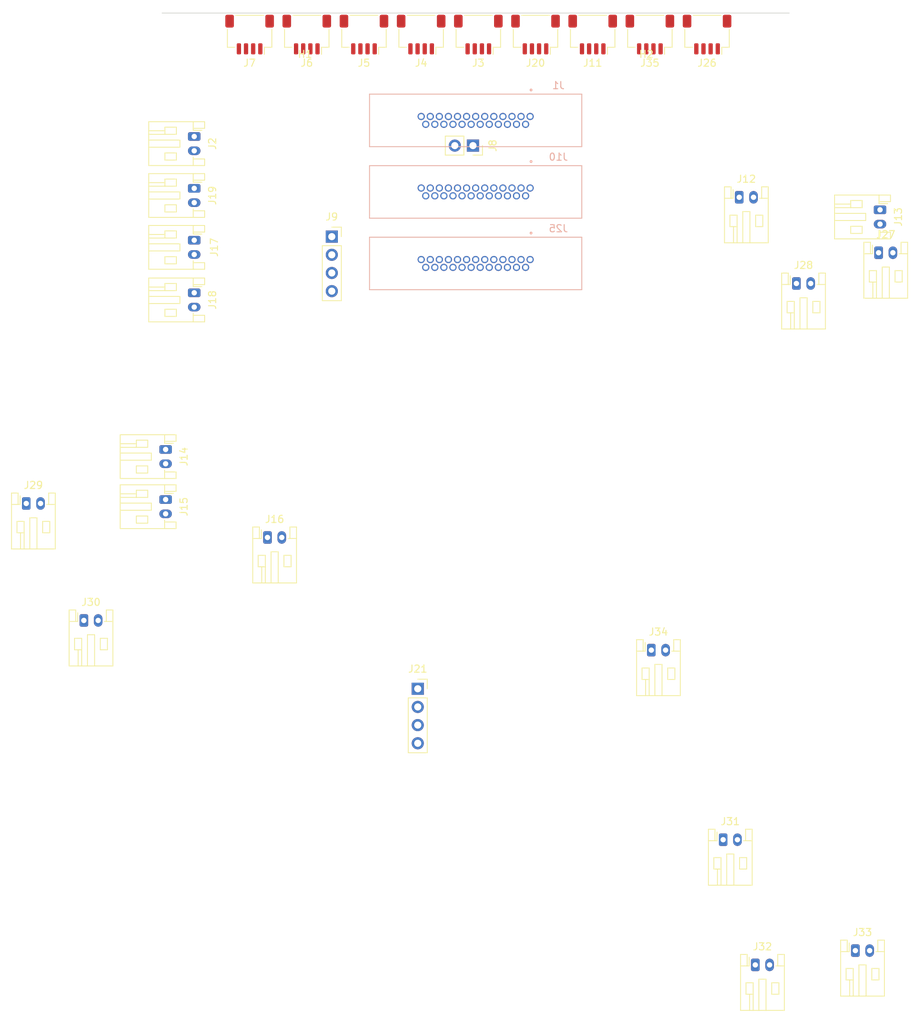
<source format=kicad_pcb>
(kicad_pcb (version 20211014) (generator pcbnew)
  (layers (0 "F.Cu" signal) (31 "B.Cu" signal) (34 "B.Paste" user) (35 "F.Paste" user) (36 "B.SilkS" user "B.Silkscreen") (37 "F.SilkS" user "F.Silkscreen") (38 "B.Mask" user) (39 "F.Mask" user) (44 "Edge.Cuts" user))
  (net 0 "")
  (net 1 "Net-(J1-Pad1)")
  (net 2 "Net-(J1-Pad2)")
  (net 3 "Net-(J1-Pad3)")
  (net 4 "Net-(J1-Pad4)")
  (net 5 "Net-(J1-Pad5)")
  (net 6 "Net-(J1-Pad6)")
  (net 7 "Net-(J1-Pad7)")
  (net 8 "Net-(J1-Pad8)")
  (net 9 "Net-(J1-Pad9)")
  (net 10 "Net-(J1-Pad10)")
  (net 11 "Net-(J1-Pad11)")
  (net 12 "Net-(J1-Pad12)")
  (net 14 "Net-(J1-Pad14)")
  (net 15 "Net-(J1-Pad15)")
  (net 16 "Net-(J1-Pad16)")
  (net 17 "Net-(J1-Pad17)")
  (net 18 "Net-(J1-Pad18)")
  (net 19 "Net-(J1-Pad19)")
  (net 20 "Net-(J1-Pad20)")
  (net 21 "Net-(J1-Pad21)")
  (net 22 "Net-(J1-Pad22)")
  (net 23 "Net-(J1-Pad23)")
  (net 24 "Net-(J1-Pad24)")
  (net 25 "Net-(J1-Pad25)")
  (net 26 "Net-(J10-Pad11)")
  (net 27 "Net-(J10-Pad24)")
  (net 28 "Net-(J10-Pad12)")
  (net 29 "Net-(J10-Pad25)")
  (net 30 "Net-(J10-Pad1)")
  (net 31 "Net-(J10-Pad2)")
  (net 32 "Net-(J10-Pad3)")
  (net 33 "Net-(J10-Pad4)")
  (net 34 "Net-(J10-Pad5)")
  (net 35 "Net-(J10-Pad6)")
  (net 36 "Net-(J10-Pad7)")
  (net 37 "Net-(J10-Pad8)")
  (net 38 "Net-(J10-Pad9)")
  (net 39 "Net-(J10-Pad10)")
  (net 41 "Net-(J10-Pad14)")
  (net 42 "Net-(J10-Pad15)")
  (net 43 "Net-(J10-Pad16)")
  (net 44 "Net-(J10-Pad17)")
  (net 45 "Net-(J10-Pad18)")
  (net 46 "Net-(J10-Pad19)")
  (net 47 "Net-(J10-Pad20)")
  (net 48 "Net-(J10-Pad21)")
  (net 49 "Net-(J10-Pad22)")
  (net 50 "Net-(J10-Pad23)")
  (net 51 "Net-(J25-Pad11)")
  (net 52 "Net-(J25-Pad24)")
  (net 53 "Net-(J25-Pad12)")
  (net 54 "Net-(J25-Pad25)")
  (net 55 "Net-(J25-Pad1)")
  (net 56 "Net-(J25-Pad2)")
  (net 57 "Net-(J25-Pad3)")
  (net 58 "Net-(J25-Pad4)")
  (net 59 "Net-(J25-Pad5)")
  (net 60 "Net-(J25-Pad6)")
  (net 61 "Net-(J25-Pad7)")
  (net 62 "Net-(J25-Pad8)")
  (net 63 "Net-(J25-Pad9)")
  (net 64 "Net-(J25-Pad10)")
  (net 66 "Net-(J25-Pad14)")
  (net 67 "Net-(J25-Pad15)")
  (net 68 "Net-(J25-Pad16)")
  (net 69 "Net-(J25-Pad17)")
  (net 70 "Net-(J25-Pad18)")
  (net 71 "Net-(J25-Pad19)")
  (net 72 "Net-(J25-Pad20)")
  (net 73 "Net-(J25-Pad21)")
  (net 74 "Net-(J25-Pad22)")
  (net 75 "Net-(J25-Pad23)")
  (footprint "Connector_JST:JST_PH_S2B-PH-K_1x02_P2.00mm_Horizontal" (layer "F.Cu") (at -15.5 29.1 -90)
    (fp_text reference "J18" (at 1 -2.55 90) (layer "F.SilkS"))
    (fp_text value "Conn_01x02")
    (pad "1" thru_hole roundrect (at 0 0 270) (size 1.2 1.75) (drill 0.75) (layers *.Cu *.Mask) (roundrect_rratio 0.208333) (net 38 "Net-(J10-Pad9)"))
    (pad "2" thru_hole oval (at 2 0 270) (size 1.2 1.75) (drill 0.75) (layers *.Cu *.Mask) (net 49 "Net-(J10-Pad22)"))
  )
  (footprint "Connector_JST:JST_PH_S2B-PH-K_1x02_P2.00mm_Horizontal" (layer "F.Cu") (at -39 58.55)
    (fp_text reference "J29" (at 1 -2.55) (layer "F.SilkS"))
    (fp_text value "Conn_01x02")
    (pad "1" thru_hole roundrect (at 0 0) (size 1.2 1.75) (drill 0.75) (layers *.Cu *.Mask) (roundrect_rratio 0.208333) (net 59 "Net-(J25-Pad5)"))
    (pad "2" thru_hole oval (at 2 0) (size 1.2 1.75) (drill 0.75) (layers *.Cu *.Mask) (net 70 "Net-(J25-Pad18)"))
  )
  (footprint "Connector_JST:JST_PH_S2B-PH-K_1x02_P2.00mm_Horizontal" (layer "F.Cu") (at 58.5 105.55)
    (fp_text reference "J31" (at 1 -2.55) (layer "F.SilkS"))
    (fp_text value "Conn_01x02")
    (pad "1" thru_hole roundrect (at 0 0) (size 1.2 1.75) (drill 0.75) (layers *.Cu *.Mask) (roundrect_rratio 0.208333) (net 61 "Net-(J25-Pad7)"))
    (pad "2" thru_hole oval (at 2 0) (size 1.2 1.75) (drill 0.75) (layers *.Cu *.Mask) (net 72 "Net-(J25-Pad20)"))
  )
  (footprint "Connector_JST:JST_PH_S2B-PH-K_1x02_P2.00mm_Horizontal" (layer "F.Cu") (at 48.45 79.05)
    (fp_text reference "J34" (at 1 -2.55) (layer "F.SilkS"))
    (fp_text value "Conn_01x02")
    (pad "1" thru_hole roundrect (at 0 0) (size 1.2 1.75) (drill 0.75) (layers *.Cu *.Mask) (roundrect_rratio 0.208333) (net 64 "Net-(J25-Pad10)"))
    (pad "2" thru_hole oval (at 2 0) (size 1.2 1.75) (drill 0.75) (layers *.Cu *.Mask) (net 75 "Net-(J25-Pad23)"))
  )
  (footprint "Connector_JST:JST_PH_S2B-PH-K_1x02_P2.00mm_Horizontal" (layer "F.Cu") (at -5.25 63.3)
    (fp_text reference "J16" (at 1 -2.55) (layer "F.SilkS"))
    (fp_text value "Conn_01x02")
    (pad "1" thru_hole roundrect (at 0 0) (size 1.2 1.75) (drill 0.75) (layers *.Cu *.Mask) (roundrect_rratio 0.208333) (net 36 "Net-(J10-Pad7)"))
    (pad "2" thru_hole oval (at 2 0) (size 1.2 1.75) (drill 0.75) (layers *.Cu *.Mask) (net 47 "Net-(J10-Pad20)"))
  )
  (footprint "Connector_JST:JST_SH_SM04B-SRSS-TB_1x04-1MP_P1.00mm_Horizontal" (layer "F.Cu") (at 40.25 -7 180)
    (fp_text reference "J11" (at 0 -3.98) (layer "F.SilkS"))
    (fp_text value "Conn_01x04")
    (pad "1" smd roundrect (at -1.5 -2 180) (size 0.6 1.55) (layers "F.Cu" "F.Paste" "F.Mask") (net 30 "Net-(J10-Pad1)"))
    (pad "2" smd roundrect (at -0.5 -2 180) (size 0.6 1.55) (layers "F.Cu" "F.Paste" "F.Mask") (net 30 "Net-(J10-Pad1)"))
    (pad "3" smd roundrect (at 0.5 -2 180) (size 0.6 1.55) (layers "F.Cu" "F.Paste" "F.Mask") (net 41 "Net-(J10-Pad14)"))
    (pad "4" smd roundrect (at 1.5 -2 180) (size 0.6 1.55) (layers "F.Cu" "F.Paste" "F.Mask") (net 41 "Net-(J10-Pad14)"))
    (pad "MP" smd roundrect (at 2.8 1.875 180) (size 1.2 1.8) (layers "F.Cu" "F.Paste" "F.Mask") (roundrect_rratio 0.208333))
    (pad "MP" smd roundrect (at -2.8 1.875 180) (size 1.2 1.8) (layers "F.Cu" "F.Paste" "F.Mask") (roundrect_rratio 0.208333))
  )
  (footprint "Connector_JST:JST_SH_SM04B-SRSS-TB_1x04-1MP_P1.00mm_Horizontal" (layer "F.Cu") (at 32.25 -7 180)
    (fp_text reference "J20" (at 0 -3.98) (layer "F.SilkS"))
    (fp_text value "Conn_01x04")
    (pad "1" smd roundrect (at -1.5 -2 180) (size 0.6 1.55) (layers "F.Cu" "F.Paste" "F.Mask") (net 31 "Net-(J10-Pad2)"))
    (pad "2" smd roundrect (at -0.5 -2 180) (size 0.6 1.55) (layers "F.Cu" "F.Paste" "F.Mask") (net 31 "Net-(J10-Pad2)"))
    (pad "3" smd roundrect (at 0.5 -2 180) (size 0.6 1.55) (layers "F.Cu" "F.Paste" "F.Mask") (net 42 "Net-(J10-Pad15)"))
    (pad "4" smd roundrect (at 1.5 -2 180) (size 0.6 1.55) (layers "F.Cu" "F.Paste" "F.Mask") (net 42 "Net-(J10-Pad15)"))
    (pad "MP" smd roundrect (at 2.8 1.875 180) (size 1.2 1.8) (layers "F.Cu" "F.Paste" "F.Mask") (roundrect_rratio 0.208333))
    (pad "MP" smd roundrect (at -2.8 1.875 180) (size 1.2 1.8) (layers "F.Cu" "F.Paste" "F.Mask") (roundrect_rratio 0.208333))
  )
  (footprint "Connector_JST:JST_SH_SM04B-SRSS-TB_1x04-1MP_P1.00mm_Horizontal" (layer "F.Cu") (at 48.25 -7 180)
    (fp_text reference "J35" (at 0 -3.98) (layer "F.SilkS"))
    (fp_text value "Conn_01x04")
    (pad "1" smd roundrect (at -1.5 -2 180) (size 0.6 1.55) (layers "F.Cu" "F.Paste" "F.Mask") (net 56 "Net-(J25-Pad2)"))
    (pad "2" smd roundrect (at -0.5 -2 180) (size 0.6 1.55) (layers "F.Cu" "F.Paste" "F.Mask") (net 56 "Net-(J25-Pad2)"))
    (pad "3" smd roundrect (at 0.5 -2 180) (size 0.6 1.55) (layers "F.Cu" "F.Paste" "F.Mask") (net 67 "Net-(J25-Pad15)"))
    (pad "4" smd roundrect (at 1.5 -2 180) (size 0.6 1.55) (layers "F.Cu" "F.Paste" "F.Mask") (net 67 "Net-(J25-Pad15)"))
    (pad "MP" smd roundrect (at 2.8 1.875 180) (size 1.2 1.8) (layers "F.Cu" "F.Paste" "F.Mask") (roundrect_rratio 0.208333))
    (pad "MP" smd roundrect (at -2.8 1.875 180) (size 1.2 1.8) (layers "F.Cu" "F.Paste" "F.Mask") (roundrect_rratio 0.208333))
  )
  (footprint "Connector_JST:JST_PH_S2B-PH-K_1x02_P2.00mm_Horizontal" (layer "F.Cu") (at 63 123.05)
    (fp_text reference "J32" (at 1 -2.55) (layer "F.SilkS"))
    (fp_text value "Conn_01x02")
    (pad "1" thru_hole roundrect (at 0 0) (size 1.2 1.75) (drill 0.75) (layers *.Cu *.Mask) (roundrect_rratio 0.208333) (net 62 "Net-(J25-Pad8)"))
    (pad "2" thru_hole oval (at 2 0) (size 1.2 1.75) (drill 0.75) (layers *.Cu *.Mask) (net 73 "Net-(J25-Pad21)"))
  )
  (footprint "Connector_JST:JST_PH_S2B-PH-K_1x02_P2.00mm_Horizontal" (layer "F.Cu") (at -30.94 74.9)
    (fp_text reference "J30" (at 1 -2.55) (layer "F.SilkS"))
    (fp_text value "Conn_01x02")
    (pad "1" thru_hole roundrect (at 0 0) (size 1.2 1.75) (drill 0.75) (layers *.Cu *.Mask) (roundrect_rratio 0.208333) (net 60 "Net-(J25-Pad6)"))
    (pad "2" thru_hole oval (at 2 0) (size 1.2 1.75) (drill 0.75) (layers *.Cu *.Mask) (net 71 "Net-(J25-Pad19)"))
  )
  (footprint "Connector_PinSocket_2.54mm:PinSocket_1x04_P2.54mm_Vertical" (layer "F.Cu") (at 15.775 84.45)
    (fp_text reference "J21" (at 0 -2.77) (layer "F.SilkS"))
    (fp_text value "Conn_01x04_Female")
    (pad "1" thru_hole rect (at 0 0) (size 1.7 1.7) (drill 1) (layers *.Cu *.Mask) (net 51 "Net-(J25-Pad11)"))
    (pad "2" thru_hole oval (at 0 2.54) (size 1.7 1.7) (drill 1) (layers *.Cu *.Mask) (net 52 "Net-(J25-Pad24)"))
    (pad "3" thru_hole oval (at 0 5.08) (size 1.7 1.7) (drill 1) (layers *.Cu *.Mask) (net 53 "Net-(J25-Pad12)"))
    (pad "4" thru_hole oval (at 0 7.62) (size 1.7 1.7) (drill 1) (layers *.Cu *.Mask) (net 54 "Net-(J25-Pad25)"))
  )
  (footprint "Connector_JST:JST_SH_SM04B-SRSS-TB_1x04-1MP_P1.00mm_Horizontal" (layer "F.Cu") (at 56.25 -7 180)
    (fp_text reference "J26" (at 0 -3.98) (layer "F.SilkS"))
    (fp_text value "Conn_01x04")
    (pad "1" smd roundrect (at -1.5 -2 180) (size 0.6 1.55) (layers "F.Cu" "F.Paste" "F.Mask") (net 55 "Net-(J25-Pad1)"))
    (pad "2" smd roundrect (at -0.5 -2 180) (size 0.6 1.55) (layers "F.Cu" "F.Paste" "F.Mask") (net 55 "Net-(J25-Pad1)"))
    (pad "3" smd roundrect (at 0.5 -2 180) (size 0.6 1.55) (layers "F.Cu" "F.Paste" "F.Mask") (net 66 "Net-(J25-Pad14)"))
    (pad "4" smd roundrect (at 1.5 -2 180) (size 0.6 1.55) (layers "F.Cu" "F.Paste" "F.Mask") (net 66 "Net-(J25-Pad14)"))
    (pad "MP" smd roundrect (at -2.8 1.875 180) (size 1.2 1.8) (layers "F.Cu" "F.Paste" "F.Mask") (roundrect_rratio 0.208333))
    (pad "MP" smd roundrect (at 2.8 1.875 180) (size 1.2 1.8) (layers "F.Cu" "F.Paste" "F.Mask") (roundrect_rratio 0.208333))
  )
  (footprint "Connector_JST:JST_PH_S2B-PH-K_1x02_P2.00mm_Horizontal" (layer "F.Cu") (at -19.5 51 -90)
    (fp_text reference "J14" (at 1 -2.55 90) (layer "F.SilkS"))
    (fp_text value "Conn_01x02")
    (pad "1" thru_hole roundrect (at 0 0 270) (size 1.2 1.75) (drill 0.75) (layers *.Cu *.Mask) (roundrect_rratio 0.208333) (net 34 "Net-(J10-Pad5)"))
    (pad "2" thru_hole oval (at 2 0 270) (size 1.2 1.75) (drill 0.75) (layers *.Cu *.Mask) (net 45 "Net-(J10-Pad18)"))
  )
  (footprint "Connector_PinSocket_2.54mm:PinSocket_1x04_P2.54mm_Vertical" (layer "F.Cu") (at 3.75 21.25)
    (fp_text reference "J9" (at 0 -2.77) (layer "F.SilkS"))
    (fp_text value "Conn_01x04_Female")
    (pad "1" thru_hole rect (at 0 0) (size 1.7 1.7) (drill 1) (layers *.Cu *.Mask) (net 26 "Net-(J10-Pad11)"))
    (pad "2" thru_hole oval (at 0 2.54) (size 1.7 1.7) (drill 1) (layers *.Cu *.Mask) (net 27 "Net-(J10-Pad24)"))
    (pad "3" thru_hole oval (at 0 5.08) (size 1.7 1.7) (drill 1) (layers *.Cu *.Mask) (net 28 "Net-(J10-Pad12)"))
    (pad "4" thru_hole oval (at 0 7.62) (size 1.7 1.7) (drill 1) (layers *.Cu *.Mask) (net 29 "Net-(J10-Pad25)"))
  )
  (footprint "Connector_JST:JST_PH_S2B-PH-K_1x02_P2.00mm_Horizontal" (layer "F.Cu") (at 60.75 15.75)
    (fp_text reference "J12" (at 1 -2.55) (layer "F.SilkS"))
    (fp_text value "Conn_01x02")
    (pad "1" thru_hole roundrect (at 0 0) (size 1.2 1.75) (drill 0.75) (layers *.Cu *.Mask) (roundrect_rratio 0.208333) (net 32 "Net-(J10-Pad3)"))
    (pad "2" thru_hole oval (at 2 0) (size 1.2 1.75) (drill 0.75) (layers *.Cu *.Mask) (net 43 "Net-(J10-Pad16)"))
  )
  (footprint "Connector_PinSocket_2.54mm:PinSocket_1x02_P2.54mm_Vertical" (layer "F.Cu") (at 23.5 8.525 -90)
    (fp_text reference "J8" (at 0 -2.77 90) (layer "F.SilkS"))
    (fp_text value "Conn_01x02_Female")
    (pad "1" thru_hole rect (at 0 0 270) (size 1.7 1.7) (drill 1) (layers *.Cu *.Mask) (net 8 "Net-(J1-Pad8)"))
    (pad "2" thru_hole oval (at 0 2.54 270) (size 1.7 1.7) (drill 1) (layers *.Cu *.Mask) (net 21 "Net-(J1-Pad21)"))
  )
  (footprint "MountingHole:MountingHole_3.5mm" (layer "F.Cu") (at 47.752 0)
    (fp_text reference "H2" (at 0 -4.25) (layer "F.SilkS"))
    (fp_text value "MountingHole")
    (pad "" np_thru_hole circle (at 0 0) (size 3.5 3.5) (drill 3.5) (layers *.Cu *.Mask))
  )
  (footprint "Connector_JST:JST_SH_SM04B-SRSS-TB_1x04-1MP_P1.00mm_Horizontal" (layer "F.Cu") (at 8.25 -7 180)
    (fp_text reference "J5" (at 0 -3.98) (layer "F.SilkS"))
    (fp_text value "Conn_01x04")
    (pad "1" smd roundrect (at -1.5 -2 180) (size 0.6 1.55) (layers "F.Cu" "F.Paste" "F.Mask") (net 6 "Net-(J1-Pad6)"))
    (pad "2" smd roundrect (at -0.5 -2 180) (size 0.6 1.55) (layers "F.Cu" "F.Paste" "F.Mask") (net 5 "Net-(J1-Pad5)"))
    (pad "3" smd roundrect (at 0.5 -2 180) (size 0.6 1.55) (layers "F.Cu" "F.Paste" "F.Mask") (net 18 "Net-(J1-Pad18)"))
    (pad "4" smd roundrect (at 1.5 -2 180) (size 0.6 1.55) (layers "F.Cu" "F.Paste" "F.Mask") (net 19 "Net-(J1-Pad19)"))
    (pad "MP" smd roundrect (at -2.8 1.875 180) (size 1.2 1.8) (layers "F.Cu" "F.Paste" "F.Mask") (roundrect_rratio 0.208333))
    (pad "MP" smd roundrect (at 2.8 1.875 180) (size 1.2 1.8) (layers "F.Cu" "F.Paste" "F.Mask") (roundrect_rratio 0.208333))
  )
  (footprint "Connector_JST:JST_PH_S2B-PH-K_1x02_P2.00mm_Horizontal" (layer "F.Cu") (at -15.5 21.75 -90)
    (fp_text reference "J17" (at 1 -2.8 90) (layer "F.SilkS"))
    (fp_text value "Conn_01x02")
    (pad "1" thru_hole roundrect (at 0 0 270) (size 1.2 1.75) (drill 0.75) (layers *.Cu *.Mask) (roundrect_rratio 0.208333) (net 37 "Net-(J10-Pad8)"))
    (pad "2" thru_hole oval (at 2 0 270) (size 1.2 1.75) (drill 0.75) (layers *.Cu *.Mask) (net 48 "Net-(J10-Pad21)"))
  )
  (footprint "Connector_JST:JST_PH_S2B-PH-K_1x02_P2.00mm_Horizontal" (layer "F.Cu") (at 80.25 23.5)
    (fp_text reference "J27" (at 1 -2.55) (layer "F.SilkS"))
    (fp_text value "Conn_01x02")
    (pad "1" thru_hole roundrect (at 0 0) (size 1.2 1.75) (drill 0.75) (layers *.Cu *.Mask) (roundrect_rratio 0.208333) (net 57 "Net-(J25-Pad3)"))
    (pad "2" thru_hole oval (at 2 0) (size 1.2 1.75) (drill 0.75) (layers *.Cu *.Mask) (net 68 "Net-(J25-Pad16)"))
  )
  (footprint "Connector_JST:JST_PH_S2B-PH-K_1x02_P2.00mm_Horizontal" (layer "F.Cu") (at -15.5 14.5 -90)
    (fp_text reference "J19" (at 1 -2.55 90) (layer "F.SilkS"))
    (fp_text value "Conn_01x02")
    (pad "1" thru_hole roundrect (at 0 0 270) (size 1.2 1.75) (drill 0.75) (layers *.Cu *.Mask) (roundrect_rratio 0.208333) (net 39 "Net-(J10-Pad10)"))
    (pad "2" thru_hole oval (at 2 0 270) (size 1.2 1.75) (drill 0.75) (layers *.Cu *.Mask) (net 50 "Net-(J10-Pad23)"))
  )
  (footprint "Connector_JST:JST_SH_SM04B-SRSS-TB_1x04-1MP_P1.00mm_Horizontal" (layer "F.Cu") (at 16.25 -7 180)
    (fp_text reference "J4" (at 0 -3.98) (layer "F.SilkS"))
    (fp_text value "Conn_01x04")
    (pad "1" smd roundrect (at -1.5 -2 180) (size 0.6 1.55) (layers "F.Cu" "F.Paste" "F.Mask") (net 4 "Net-(J1-Pad4)"))
    (pad "2" smd roundrect (at -0.5 -2 180) (size 0.6 1.55) (layers "F.Cu" "F.Paste" "F.Mask") (net 3 "Net-(J1-Pad3)"))
    (pad "3" smd roundrect (at 0.5 -2 180) (size 0.6 1.55) (layers "F.Cu" "F.Paste" "F.Mask") (net 16 "Net-(J1-Pad16)"))
    (pad "4" smd roundrect (at 1.5 -2 180) (size 0.6 1.55) (layers "F.Cu" "F.Paste" "F.Mask") (net 17 "Net-(J1-Pad17)"))
    (pad "MP" smd roundrect (at 2.8 1.875 180) (size 1.2 1.8) (layers "F.Cu" "F.Paste" "F.Mask") (roundrect_rratio 0.208333))
    (pad "MP" smd roundrect (at -2.8 1.875 180) (size 1.2 1.8) (layers "F.Cu" "F.Paste" "F.Mask") (roundrect_rratio 0.208333))
  )
  (footprint "MountingHole:MountingHole_3.5mm" (layer "F.Cu") (at 0 0)
    (fp_text reference "H1" (at 0 -4.25) (layer "F.SilkS"))
    (fp_text value "MountingHole")
    (pad "" np_thru_hole circle (at 0 0) (size 3.5 3.5) (drill 3.5) (layers *.Cu *.Mask))
  )
  (footprint "Connector_JST:JST_SH_SM04B-SRSS-TB_1x04-1MP_P1.00mm_Horizontal" (layer "F.Cu") (at 24.25 -7 180)
    (fp_text reference "J3" (at 0 -3.98) (layer "F.SilkS"))
    (fp_text value "Conn_01x04")
    (pad "1" smd roundrect (at -1.5 -2 180) (size 0.6 1.55) (layers "F.Cu" "F.Paste" "F.Mask") (net 2 "Net-(J1-Pad2)"))
    (pad "2" smd roundrect (at -0.5 -2 180) (size 0.6 1.55) (layers "F.Cu" "F.Paste" "F.Mask") (net 1 "Net-(J1-Pad1)"))
    (pad "3" smd roundrect (at 0.5 -2 180) (size 0.6 1.55) (layers "F.Cu" "F.Paste" "F.Mask") (net 14 "Net-(J1-Pad14)"))
    (pad "4" smd roundrect (at 1.5 -2 180) (size 0.6 1.55) (layers "F.Cu" "F.Paste" "F.Mask") (net 15 "Net-(J1-Pad15)"))
    (pad "MP" smd roundrect (at -2.8 1.875 180) (size 1.2 1.8) (layers "F.Cu" "F.Paste" "F.Mask") (roundrect_rratio 0.208333))
    (pad "MP" smd roundrect (at 2.8 1.875 180) (size 1.2 1.8) (layers "F.Cu" "F.Paste" "F.Mask") (roundrect_rratio 0.208333))
  )
  (footprint "Connector_JST:JST_SH_SM04B-SRSS-TB_1x04-1MP_P1.00mm_Horizontal" (layer "F.Cu") (at 0.25 -7 180)
    (fp_text reference "J6" (at 0 -3.98) (layer "F.SilkS"))
    (fp_text value "Conn_01x04")
    (pad "1" smd roundrect (at -1.5 -2 180) (size 0.6 1.55) (layers "F.Cu" "F.Paste" "F.Mask") (net 9 "Net-(J1-Pad9)"))
    (pad "2" smd roundrect (at -0.5 -2 180) (size 0.6 1.55) (layers "F.Cu" "F.Paste" "F.Mask") (net 10 "Net-(J1-Pad10)"))
    (pad "3" smd roundrect (at 0.5 -2 180) (size 0.6 1.55) (layers "F.Cu" "F.Paste" "F.Mask") (net 23 "Net-(J1-Pad23)"))
    (pad "4" smd roundrect (at 1.5 -2 180) (size 0.6 1.55) (layers "F.Cu" "F.Paste" "F.Mask") (net 22 "Net-(J1-Pad22)"))
    (pad "MP" smd roundrect (at -2.8 1.875 180) (size 1.2 1.8) (layers "F.Cu" "F.Paste" "F.Mask") (roundrect_rratio 0.208333))
    (pad "MP" smd roundrect (at 2.8 1.875 180) (size 1.2 1.8) (layers "F.Cu" "F.Paste" "F.Mask") (roundrect_rratio 0.208333))
  )
  (footprint "Connector_JST:JST_SH_SM04B-SRSS-TB_1x04-1MP_P1.00mm_Horizontal" (layer "F.Cu") (at -7.75 -7 180)
    (fp_text reference "J7" (at 0 -3.98) (layer "F.SilkS"))
    (fp_text value "Conn_01x04")
    (pad "1" smd roundrect (at -1.5 -2 180) (size 0.6 1.55) (layers "F.Cu" "F.Paste" "F.Mask") (net 11 "Net-(J1-Pad11)"))
    (pad "2" smd roundrect (at -0.5 -2 180) (size 0.6 1.55) (layers "F.Cu" "F.Paste" "F.Mask") (net 12 "Net-(J1-Pad12)"))
    (pad "3" smd roundrect (at 0.5 -2 180) (size 0.6 1.55) (layers "F.Cu" "F.Paste" "F.Mask") (net 25 "Net-(J1-Pad25)"))
    (pad "4" smd roundrect (at 1.5 -2 180) (size 0.6 1.55) (layers "F.Cu" "F.Paste" "F.Mask") (net 24 "Net-(J1-Pad24)"))
    (pad "MP" smd roundrect (at 2.8 1.875 180) (size 1.2 1.8) (layers "F.Cu" "F.Paste" "F.Mask") (roundrect_rratio 0.208333))
    (pad "MP" smd roundrect (at -2.8 1.875 180) (size 1.2 1.8) (layers "F.Cu" "F.Paste" "F.Mask") (roundrect_rratio 0.208333))
  )
  (footprint "Connector_JST:JST_PH_S2B-PH-K_1x02_P2.00mm_Horizontal" (layer "F.Cu") (at 77 121.05)
    (fp_text reference "J33" (at 1 -2.55) (layer "F.SilkS"))
    (fp_text value "Conn_01x02")
    (pad "1" thru_hole roundrect (at 0 0) (size 1.2 1.75) (drill 0.75) (layers *.Cu *.Mask) (roundrect_rratio 0.208333) (net 63 "Net-(J25-Pad9)"))
    (pad "2" thru_hole oval (at 2 0) (size 1.2 1.75) (drill 0.75) (layers *.Cu *.Mask) (net 74 "Net-(J25-Pad22)"))
  )
  (footprint "Connector_JST:JST_PH_S2B-PH-K_1x02_P2.00mm_Horizontal" (layer "F.Cu") (at 68.75 27.8)
    (fp_text reference "J28" (at 1 -2.55) (layer "F.SilkS"))
    (fp_text value "Conn_01x02")
    (pad "1" thru_hole roundrect (at 0 0) (size 1.2 1.75) (drill 0.75) (layers *.Cu *.Mask) (roundrect_rratio 0.208333) (net 58 "Net-(J25-Pad4)"))
    (pad "2" thru_hole oval (at 2 0) (size 1.2 1.75) (drill 0.75) (layers *.Cu *.Mask) (net 69 "Net-(J25-Pad17)"))
  )
  (footprint "Connector_JST:JST_PH_S2B-PH-K_1x02_P2.00mm_Horizontal" (layer "F.Cu") (at -15.5 7.25 -90)
    (fp_text reference "J2" (at 1 -2.55 90) (layer "F.SilkS"))
    (fp_text value "Conn_01x02")
    (pad "1" thru_hole roundrect (at 0 0 270) (size 1.2 1.75) (drill 0.75) (layers *.Cu *.Mask) (roundrect_rratio 0.208333) (net 7 "Net-(J1-Pad7)"))
    (pad "2" thru_hole oval (at 2 0 270) (size 1.2 1.75) (drill 0.75) (layers *.Cu *.Mask) (net 20 "Net-(J1-Pad20)"))
  )
  (footprint "Connector_JST:JST_PH_S2B-PH-K_1x02_P2.00mm_Horizontal" (layer "F.Cu") (at 80.45 17.5 -90)
    (fp_text reference "J13" (at 1 -2.55 90) (layer "F.SilkS"))
    (fp_text value "Conn_01x02")
    (pad "1" thru_hole roundrect (at 0 0 270) (size 1.2 1.75) (drill 0.75) (layers *.Cu *.Mask) (roundrect_rratio 0.208333) (net 33 "Net-(J10-Pad4)"))
    (pad "2" thru_hole oval (at 2 0 270) (size 1.2 1.75) (drill 0.75) (layers *.Cu *.Mask) (net 44 "Net-(J10-Pad17)"))
  )
  (footprint "Connector_JST:JST_PH_S2B-PH-K_1x02_P2.00mm_Horizontal" (layer "F.Cu") (at -19.5 58 -90)
    (fp_text reference "J15" (at 1 -2.55 90) (layer "F.SilkS"))
    (fp_text value "Conn_01x02")
    (pad "1" thru_hole roundrect (at 0 0 270) (size 1.2 1.75) (drill 0.75) (layers *.Cu *.Mask) (roundrect_rratio 0.208333) (net 35 "Net-(J10-Pad6)"))
    (pad "2" thru_hole oval (at 2 0 270) (size 1.2 1.75) (drill 0.75) (layers *.Cu *.Mask) (net 46 "Net-(J10-Pad19)"))
  )
  (footprint "0_Fanout_Footprints:NORCOMP_380-025-113L001" (layer "B.Cu") (at 23.876 15 180)
    (fp_text reference "J10" (at -11.575 4.885) (layer "B.SilkS") (effects (justify mirror)))
    (fp_text value "DB25_Male")
    (pad "1" thru_hole circle (at -7.62 0.5461 180) (size 1.01 1.01) (drill 0.66) (layers *.Cu *.Mask) (net 30 "Net-(J10-Pad1)"))
    (pad "2" thru_hole circle (at -6.35 0.5461 180) (size 1.01 1.01) (drill 0.66) (layers *.Cu *.Mask) (net 31 "Net-(J10-Pad2)"))
    (pad "3" thru_hole circle (at -5.08 0.5461 180) (size 1.01 1.01) (drill 0.66) (layers *.Cu *.Mask) (net 32 "Net-(J10-Pad3)"))
    (pad "4" thru_hole circle (at -3.81 0.5461 180) (size 1.01 1.01) (drill 0.66) (layers *.Cu *.Mask) (net 33 "Net-(J10-Pad4)"))
    (pad "5" thru_hole circle (at -2.54 0.5461 180) (size 1.01 1.01) (drill 0.66) (layers *.Cu *.Mask) (net 34 "Net-(J10-Pad5)"))
    (pad "6" thru_hole circle (at -1.27 0.5461 180) (size 1.01 1.01) (drill 0.66) (layers *.Cu *.Mask) (net 35 "Net-(J10-Pad6)"))
    (pad "7" thru_hole circle (at 0 0.5461 180) (size 1.01 1.01) (drill 0.66) (layers *.Cu *.Mask) (net 36 "Net-(J10-Pad7)"))
    (pad "8" thru_hole circle (at 1.27 0.5461 180) (size 1.01 1.01) (drill 0.66) (layers *.Cu *.Mask) (net 37 "Net-(J10-Pad8)"))
    (pad "9" thru_hole circle (at 2.54 0.5461 180) (size 1.01 1.01) (drill 0.66) (layers *.Cu *.Mask) (net 38 "Net-(J10-Pad9)"))
    (pad "10" thru_hole circle (at 3.81 0.5461 180) (size 1.01 1.01) (drill 0.66) (layers *.Cu *.Mask) (net 39 "Net-(J10-Pad10)"))
    (pad "11" thru_hole circle (at 5.08 0.5461 180) (size 1.01 1.01) (drill 0.66) (layers *.Cu *.Mask) (net 26 "Net-(J10-Pad11)"))
    (pad "12" thru_hole circle (at 6.35 0.5461 180) (size 1.01 1.01) (drill 0.66) (layers *.Cu *.Mask) (net 28 "Net-(J10-Pad12)"))
    (pad "13" thru_hole circle (at 7.62 0.5461 180) (size 1.01 1.01) (drill 0.66) (layers *.Cu *.Mask))
    (pad "14" thru_hole circle (at -6.985 -0.5461 180) (size 1.01 1.01) (drill 0.66) (layers *.Cu *.Mask) (net 41 "Net-(J10-Pad14)"))
    (pad "15" thru_hole circle (at -5.715 -0.5461 180) (size 1.01 1.01) (drill 0.66) (layers *.Cu *.Mask) (net 42 "Net-(J10-Pad15)"))
    (pad "16" thru_hole circle (at -4.445 -0.5461 180) (size 1.01 1.01) (drill 0.66) (layers *.Cu *.Mask) (net 43 "Net-(J10-Pad16)"))
    (pad "17" thru_hole circle (at -3.175 -0.5461 180) (size 1.01 1.01) (drill 0.66) (layers *.Cu *.Mask) (net 44 "Net-(J10-Pad17)"))
    (pad "18" thru_hole circle (at -1.905 -0.5461 180) (size 1.01 1.01) (drill 0.66) (layers *.Cu *.Mask) (net 45 "Net-(J10-Pad18)"))
    (pad "19" thru_hole circle (at -0.635 -0.5461 180) (size 1.01 1.01) (drill 0.66) (layers *.Cu *.Mask) (net 46 "Net-(J10-Pad19)"))
    (pad "20" thru_hole circle (at 0.635 -0.5461 180) (size 1.01 1.01) (drill 0.66) (layers *.Cu *.Mask) (net 47 "Net-(J10-Pad20)"))
    (pad "21" thru_hole circle (at 1.905 -0.5461 180) (size 1.01 1.01) (drill 0.66) (layers *.Cu *.Mask) (net 48 "Net-(J10-Pad21)"))
    (pad "22" thru_hole circle (at 3.175 -0.5461 180) (size 1.01 1.01) (drill 0.66) (layers *.Cu *.Mask) (net 49 "Net-(J10-Pad22)"))
    (pad "23" thru_hole circle (at 4.445 -0.5461 180) (size 1.01 1.01) (drill 0.66) (layers *.Cu *.Mask) (net 50 "Net-(J10-Pad23)"))
    (pad "24" thru_hole circle (at 5.715 -0.5461 180) (size 1.01 1.01) (drill 0.66) (layers *.Cu *.Mask) (net 27 "Net-(J10-Pad24)"))
    (pad "25" thru_hole circle (at 6.985 -0.5461 180) (size 1.01 1.01) (drill 0.66) (layers *.Cu *.Mask) (net 29 "Net-(J10-Pad25)"))
  )
  (footprint "0_Fanout_Footprints:NORCOMP_380-025-113L001" (layer "B.Cu") (at 23.876 5 180)
    (fp_text reference "J1" (at -11.575 4.885) (layer "B.SilkS") (effects (justify mirror)))
    (fp_text value "DB25_Male")
    (pad "1" thru_hole circle (at -7.62 0.5461 180) (size 1.01 1.01) (drill 0.66) (layers *.Cu *.Mask) (net 1 "Net-(J1-Pad1)"))
    (pad "2" thru_hole circle (at -6.35 0.5461 180) (size 1.01 1.01) (drill 0.66) (layers *.Cu *.Mask) (net 2 "Net-(J1-Pad2)"))
    (pad "3" thru_hole circle (at -5.08 0.5461 180) (size 1.01 1.01) (drill 0.66) (layers *.Cu *.Mask) (net 3 "Net-(J1-Pad3)"))
    (pad "4" thru_hole circle (at -3.81 0.5461 180) (size 1.01 1.01) (drill 0.66) (layers *.Cu *.Mask) (net 4 "Net-(J1-Pad4)"))
    (pad "5" thru_hole circle (at -2.54 0.5461 180) (size 1.01 1.01) (drill 0.66) (layers *.Cu *.Mask) (net 5 "Net-(J1-Pad5)"))
    (pad "6" thru_hole circle (at -1.27 0.5461 180) (size 1.01 1.01) (drill 0.66) (layers *.Cu *.Mask) (net 6 "Net-(J1-Pad6)"))
    (pad "7" thru_hole circle (at 0 0.5461 180) (size 1.01 1.01) (drill 0.66) (layers *.Cu *.Mask) (net 7 "Net-(J1-Pad7)"))
    (pad "8" thru_hole circle (at 1.27 0.5461 180) (size 1.01 1.01) (drill 0.66) (layers *.Cu *.Mask) (net 8 "Net-(J1-Pad8)"))
    (pad "9" thru_hole circle (at 2.54 0.5461 180) (size 1.01 1.01) (drill 0.66) (layers *.Cu *.Mask) (net 9 "Net-(J1-Pad9)"))
    (pad "10" thru_hole circle (at 3.81 0.5461 180) (size 1.01 1.01) (drill 0.66) (layers *.Cu *.Mask) (net 10 "Net-(J1-Pad10)"))
    (pad "11" thru_hole circle (at 5.08 0.5461 180) (size 1.01 1.01) (drill 0.66) (layers *.Cu *.Mask) (net 11 "Net-(J1-Pad11)"))
    (pad "12" thru_hole circle (at 6.35 0.5461 180) (size 1.01 1.01) (drill 0.66) (layers *.Cu *.Mask) (net 12 "Net-(J1-Pad12)"))
    (pad "13" thru_hole circle (at 7.62 0.5461 180) (size 1.01 1.01) (drill 0.66) (layers *.Cu *.Mask))
    (pad "14" thru_hole circle (at -6.985 -0.5461 180) (size 1.01 1.01) (drill 0.66) (layers *.Cu *.Mask) (net 14 "Net-(J1-Pad14)"))
    (pad "15" thru_hole circle (at -5.715 -0.5461 180) (size 1.01 1.01) (drill 0.66) (layers *.Cu *.Mask) (net 15 "Net-(J1-Pad15)"))
    (pad "16" thru_hole circle (at -4.445 -0.5461 180) (size 1.01 1.01) (drill 0.66) (layers *.Cu *.Mask) (net 16 "Net-(J1-Pad16)"))
    (pad "17" thru_hole circle (at -3.175 -0.5461 180) (size 1.01 1.01) (drill 0.66) (layers *.Cu *.Mask) (net 17 "Net-(J1-Pad17)"))
    (pad "18" thru_hole circle (at -1.905 -0.5461 180) (size 1.01 1.01) (drill 0.66) (layers *.Cu *.Mask) (net 18 "Net-(J1-Pad18)"))
    (pad "19" thru_hole circle (at -0.635 -0.5461 180) (size 1.01 1.01) (drill 0.66) (layers *.Cu *.Mask) (net 19 "Net-(J1-Pad19)"))
    (pad "20" thru_hole circle (at 0.635 -0.5461 180) (size 1.01 1.01) (drill 0.66) (layers *.Cu *.Mask) (net 20 "Net-(J1-Pad20)"))
    (pad "21" thru_hole circle (at 1.905 -0.5461 180) (size 1.01 1.01) (drill 0.66) (layers *.Cu *.Mask) (net 21 "Net-(J1-Pad21)"))
    (pad "22" thru_hole circle (at 3.175 -0.5461 180) (size 1.01 1.01) (drill 0.66) (layers *.Cu *.Mask) (net 22 "Net-(J1-Pad22)"))
    (pad "23" thru_hole circle (at 4.445 -0.5461 180) (size 1.01 1.01) (drill 0.66) (layers *.Cu *.Mask) (net 23 "Net-(J1-Pad23)"))
    (pad "24" thru_hole circle (at 5.715 -0.5461 180) (size 1.01 1.01) (drill 0.66) (layers *.Cu *.Mask) (net 24 "Net-(J1-Pad24)"))
    (pad "25" thru_hole circle (at 6.985 -0.5461 180) (size 1.01 1.01) (drill 0.66) (layers *.Cu *.Mask) (net 25 "Net-(J1-Pad25)"))
  )
  (footprint "0_Fanout_Footprints:NORCOMP_380-025-113L001" (layer "B.Cu") (at 23.876 25 180)
    (fp_text reference "J25" (at -11.575 4.885) (layer "B.SilkS") (effects (justify mirror)))
    (fp_text value "DB25_Male")
    (pad "1" thru_hole circle (at -7.62 0.5461 180) (size 1.01 1.01) (drill 0.66) (layers *.Cu *.Mask) (net 55 "Net-(J25-Pad1)"))
    (pad "2" thru_hole circle (at -6.35 0.5461 180) (size 1.01 1.01) (drill 0.66) (layers *.Cu *.Mask) (net 56 "Net-(J25-Pad2)"))
    (pad "3" thru_hole circle (at -5.08 0.5461 180) (size 1.01 1.01) (drill 0.66) (layers *.Cu *.Mask) (net 57 "Net-(J25-Pad3)"))
    (pad "4" thru_hole circle (at -3.81 0.5461 180) (size 1.01 1.01) (drill 0.66) (layers *.Cu *.Mask) (net 58 "Net-(J25-Pad4)"))
    (pad "5" thru_hole circle (at -2.54 0.5461 180) (size 1.01 1.01) (drill 0.66) (layers *.Cu *.Mask) (net 59 "Net-(J25-Pad5)"))
    (pad "6" thru_hole circle (at -1.27 0.5461 180) (size 1.01 1.01) (drill 0.66) (layers *.Cu *.Mask) (net 60 "Net-(J25-Pad6)"))
    (pad "7" thru_hole circle (at 0 0.5461 180) (size 1.01 1.01) (drill 0.66) (layers *.Cu *.Mask) (net 61 "Net-(J25-Pad7)"))
    (pad "8" thru_hole circle (at 1.27 0.5461 180) (size 1.01 1.01) (drill 0.66) (layers *.Cu *.Mask) (net 62 "Net-(J25-Pad8)"))
    (pad "9" thru_hole circle (at 2.54 0.5461 180) (size 1.01 1.01) (drill 0.66) (layers *.Cu *.Mask) (net 63 "Net-(J25-Pad9)"))
    (pad "10" thru_hole circle (at 3.81 0.5461 180) (size 1.01 1.01) (drill 0.66) (layers *.Cu *.Mask) (net 64 "Net-(J25-Pad10)"))
    (pad "11" thru_hole circle (at 5.08 0.5461 180) (size 1.01 1.01) (drill 0.66) (layers *.Cu *.Mask) (net 51 "Net-(J25-Pad11)"))
    (pad "12" thru_hole circle (at 6.35 0.5461 180) (size 1.01 1.01) (drill 0.66) (layers *.Cu *.Mask) (net 53 "Net-(J25-Pad12)"))
    (pad "13" thru_hole circle (at 7.62 0.5461 180) (size 1.01 1.01) (drill 0.66) (layers *.Cu *.Mask))
    (pad "14" thru_hole circle (at -6.985 -0.5461 180) (size 1.01 1.01) (drill 0.66) (layers *.Cu *.Mask) (net 66 "Net-(J25-Pad14)"))
    (pad "15" thru_hole circle (at -5.715 -0.5461 180) (size 1.01 1.01) (drill 0.66) (layers *.Cu *.Mask) (net 67 "Net-(J25-Pad15)"))
    (pad "16" thru_hole circle (at -4.445 -0.5461 180) (size 1.01 1.01) (drill 0.66) (layers *.Cu *.Mask) (net 68 "Net-(J25-Pad16)"))
    (pad "17" thru_hole circle (at -3.175 -0.5461 180) (size 1.01 1.01) (drill 0.66) (layers *.Cu *.Mask) (net 69 "Net-(J25-Pad17)"))
    (pad "18" thru_hole circle (at -1.905 -0.5461 180) (size 1.01 1.01) (drill 0.66) (layers *.Cu *.Mask) (net 70 "Net-(J25-Pad18)"))
    (pad "19" thru_hole circle (at -0.635 -0.5461 180) (size 1.01 1.01) (drill 0.66) (layers *.Cu *.Mask) (net 71 "Net-(J25-Pad19)"))
    (pad "20" thru_hole circle (at 0.635 -0.5461 180) (size 1.01 1.01) (drill 0.66) (layers *.Cu *.Mask) (net 72 "Net-(J25-Pad20)"))
    (pad "21" thru_hole circle (at 1.905 -0.5461 180) (size 1.01 1.01) (drill 0.66) (layers *.Cu *.Mask) (net 73 "Net-(J25-Pad21)"))
    (pad "22" thru_hole circle (at 3.175 -0.5461 180) (size 1.01 1.01) (drill 0.66) (layers *.Cu *.Mask) (net 74 "Net-(J25-Pad22)"))
    (pad "23" thru_hole circle (at 4.445 -0.5461 180) (size 1.01 1.01) (drill 0.66) (layers *.Cu *.Mask) (net 75 "Net-(J25-Pad23)"))
    (pad "24" thru_hole circle (at 5.715 -0.5461 180) (size 1.01 1.01) (drill 0.66) (layers *.Cu *.Mask) (net 52 "Net-(J25-Pad24)"))
    (pad "25" thru_hole circle (at 6.985 -0.5461 180) (size 1.01 1.01) (drill 0.66) (layers *.Cu *.Mask) (net 54 "Net-(J25-Pad25)"))
  )
  (gr_line (start -20 -10) (end 67.752 -10) (layer "Edge.Cuts") (width 0.1))
)
</source>
